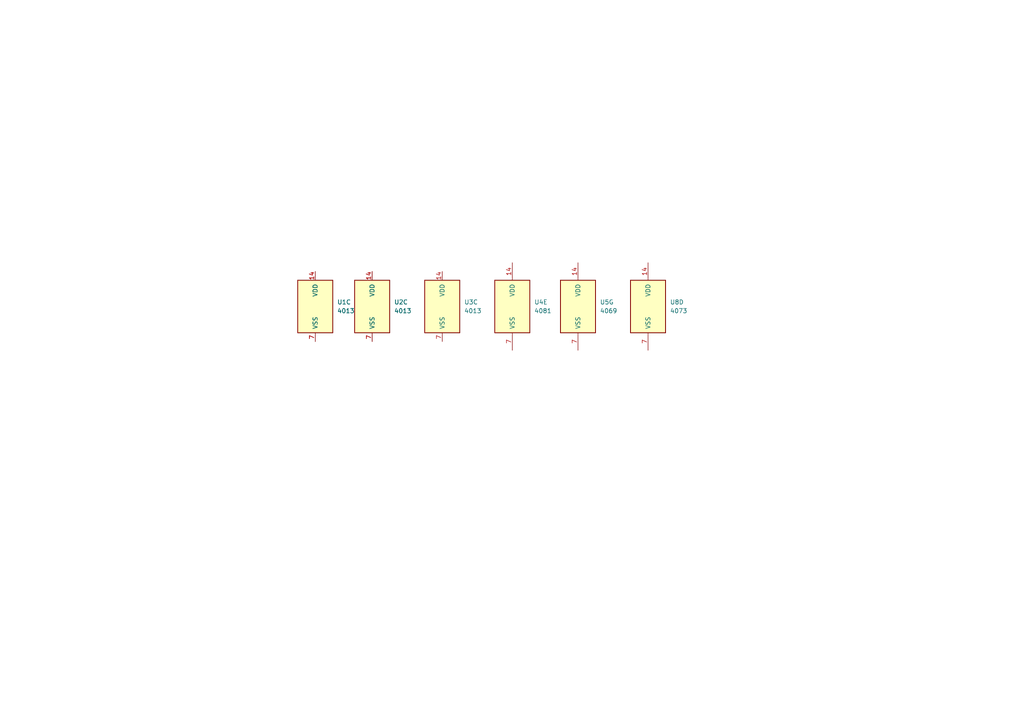
<source format=kicad_sch>
(kicad_sch (version 20231120) (generator "eeschema") (generator_version "8.0")
  (paper "A4")
  (lib_symbols
    (symbol "4xxx:4013" (pin_names (offset 1.016))
      (property "Reference" "U" (at -7.62 8.89 0))
      (property "Value" "4013" (at -7.62 -8.89 0))
      (symbol "4013_1_1"
        (rectangle (start -5.08 5.08) (end 5.08 -5.08) (stroke (width 0.254)) (fill (type background)))
        (pin output line (at 7.62 2.54 180) (length 2.54) (name "Q") (number "1"))
        (pin output line (at 7.62 -2.54 180) (length 2.54) (name "~{Q}") (number "2"))
        (pin input clock (at -7.62 0 0) (length 2.54) (name "C") (number "3"))
        (pin input line (at 0 -7.62 90) (length 2.54) (name "R") (number "4"))
        (pin input line (at -7.62 2.54 0) (length 2.54) (name "D") (number "5"))
        (pin input line (at 0 7.62 270) (length 2.54) (name "S") (number "6"))
      )
      (symbol "4013_2_1"
        (rectangle (start -5.08 5.08) (end 5.08 -5.08) (stroke (width 0.254)) (fill (type background)))
        (pin input line (at 0 -7.62 90) (length 2.54) (name "R") (number "10"))
        (pin input clock (at -7.62 0 0) (length 2.54) (name "C") (number "11"))
        (pin output line (at 7.62 -2.54 180) (length 2.54) (name "~{Q}") (number "12"))
        (pin output line (at 7.62 2.54 180) (length 2.54) (name "Q") (number "13"))
        (pin input line (at 0 7.62 270) (length 2.54) (name "S") (number "8"))
        (pin input line (at -7.62 2.54 0) (length 2.54) (name "D") (number "9"))
      )
      (symbol "4013_3_0"
        (pin power_in line (at 0 10.16 270) (length 2.54) (name "VDD") (number "14"))
        (pin power_in line (at 0 -10.16 90) (length 2.54) (name "VSS") (number "7"))
      )
      (symbol "4013_3_1"
        (rectangle (start -5.08 7.62) (end 5.08 -7.62) (stroke (width 0.254)) (fill (type background)))
      )
    )
    (symbol "4xxx:4069" (pin_names (offset 1.016))
      (property "Reference" "U" (at 0 1.27 0))
      (property "Value" "4069" (at 0 -1.27 0))
      (symbol "4069_1_0"
        (polyline (pts (xy -3.81 3.81) (xy -3.81 -3.81) (xy 3.81 0) (xy -3.81 3.81)) (stroke (width 0.254)) (fill (type background)))
        (pin input line (at -7.62 0 0) (length 3.81) (name "~") (number "1"))
        (pin output inverted (at 7.62 0 180) (length 3.81) (name "~") (number "2"))
      )
      (symbol "4069_2_0"
        (polyline (pts (xy -3.81 3.81) (xy -3.81 -3.81) (xy 3.81 0) (xy -3.81 3.81)) (stroke (width 0.254)) (fill (type background)))
        (pin input line (at -7.62 0 0) (length 3.81) (name "~") (number "3"))
        (pin output inverted (at 7.62 0 180) (length 3.81) (name "~") (number "4"))
      )
      (symbol "4069_3_0"
        (polyline (pts (xy -3.81 3.81) (xy -3.81 -3.81) (xy 3.81 0) (xy -3.81 3.81)) (stroke (width 0.254)) (fill (type background)))
        (pin input line (at -7.62 0 0) (length 3.81) (name "~") (number "5"))
        (pin output inverted (at 7.62 0 180) (length 3.81) (name "~") (number "6"))
      )
      (symbol "4069_4_0"
        (polyline (pts (xy -3.81 3.81) (xy -3.81 -3.81) (xy 3.81 0) (xy -3.81 3.81)) (stroke (width 0.254)) (fill (type background)))
        (pin output inverted (at 7.62 0 180) (length 3.81) (name "~") (number "8"))
        (pin input line (at -7.62 0 0) (length 3.81) (name "~") (number "9"))
      )
      (symbol "4069_5_0"
        (polyline (pts (xy -3.81 3.81) (xy -3.81 -3.81) (xy 3.81 0) (xy -3.81 3.81)) (stroke (width 0.254)) (fill (type background)))
        (pin output inverted (at 7.62 0 180) (length 3.81) (name "~") (number "10"))
        (pin input line (at -7.62 0 0) (length 3.81) (name "~") (number "11"))
      )
      (symbol "4069_6_0"
        (polyline (pts (xy -3.81 3.81) (xy -3.81 -3.81) (xy 3.81 0) (xy -3.81 3.81)) (stroke (width 0.254)) (fill (type background)))
        (pin output inverted (at 7.62 0 180) (length 3.81) (name "~") (number "12"))
        (pin input line (at -7.62 0 0) (length 3.81) (name "~") (number "13"))
      )
      (symbol "4069_7_0"
        (pin power_in line (at 0 12.7 270) (length 5.08) (name "VDD") (number "14"))
        (pin power_in line (at 0 -12.7 90) (length 5.08) (name "VSS") (number "7"))
      )
      (symbol "4069_7_1"
        (rectangle (start -5.08 7.62) (end 5.08 -7.62) (stroke (width 0.254)) (fill (type background)))
      )
    )
    (symbol "4xxx:4073" (pin_names (offset 1.016))
      (property "Reference" "U" (at 0 1.27 0))
      (property "Value" "4073" (at 0 -1.27 0))
      (symbol "4073_1_1"
        (arc (start 0 -3.81) (mid 3.7934 0) (end 0 3.81) (stroke (width 0.254)) (fill (type background)))
        (polyline (pts (xy 0 3.81) (xy -3.81 3.81) (xy -3.81 -3.81) (xy 0 -3.81)) (stroke (width 0.254)) (fill (type background)))
        (pin input line (at -7.62 2.54 0) (length 3.81) (name "~") (number "1"))
        (pin input line (at -7.62 0 0) (length 3.81) (name "~") (number "2"))
        (pin input line (at -7.62 -2.54 0) (length 3.81) (name "~") (number "8"))
        (pin output line (at 7.62 0 180) (length 3.81) (name "~") (number "9"))
      )
      (symbol "4073_1_2"
        (arc (start -3.81 -3.81) (mid -2.589 0) (end -3.81 3.81) (stroke (width 0.254)))
        (arc (start -0.6096 -3.81) (mid 2.1842 -2.5851) (end 3.81 0) (stroke (width 0.254)) (fill (type background)))
        (polyline (pts (xy -3.81 -3.81) (xy -0.635 -3.81)) (stroke (width 0.254)) (fill (type background)))
        (polyline (pts (xy -3.81 3.81) (xy -0.635 3.81)) (stroke (width 0.254)) (fill (type background)))
        (polyline (pts (xy -0.635 3.81) (xy -3.81 3.81) (xy -3.81 3.81) (xy -3.556 3.4036) (xy -3.0226 2.2606) (xy -2.6924 1.0414) (xy -2.6162 -0.254) (xy -2.7686 -1.4986) (xy -3.175 -2.7178) (xy -3.81 -3.81) (xy -3.81 -3.81) (xy -0.635 -3.81)) (stroke (width -25.4)) (fill (type background)))
        (arc (start 3.81 0) (mid 2.1915 2.5936) (end -0.6096 3.81) (stroke (width 0.254)) (fill (type background)))
        (pin input inverted (at -7.62 2.54 0) (length 4.318) (name "~") (number "1"))
        (pin input inverted (at -7.62 0 0) (length 4.953) (name "~") (number "2"))
        (pin input inverted (at -7.62 -2.54 0) (length 4.318) (name "~") (number "8"))
        (pin output inverted (at 7.62 0 180) (length 3.81) (name "~") (number "9"))
      )
      (symbol "4073_2_1"
        (arc (start 0 -3.81) (mid 3.7934 0) (end 0 3.81) (stroke (width 0.254)) (fill (type background)))
        (polyline (pts (xy 0 3.81) (xy -3.81 3.81) (xy -3.81 -3.81) (xy 0 -3.81)) (stroke (width 0.254)) (fill (type background)))
        (pin input line (at -7.62 2.54 0) (length 3.81) (name "~") (number "3"))
        (pin input line (at -7.62 0 0) (length 3.81) (name "~") (number "4"))
        (pin input line (at -7.62 -2.54 0) (length 3.81) (name "~") (number "5"))
        (pin output line (at 7.62 0 180) (length 3.81) (name "~") (number "6"))
      )
      (symbol "4073_2_2"
        (arc (start -3.81 -3.81) (mid -2.589 0) (end -3.81 3.81) (stroke (width 0.254)))
        (arc (start -0.6096 -3.81) (mid 2.1842 -2.5851) (end 3.81 0) (stroke (width 0.254)) (fill (type background)))
        (polyline (pts (xy -3.81 -3.81) (xy -0.635 -3.81)) (stroke (width 0.254)) (fill (type background)))
        (polyline (pts (xy -3.81 3.81) (xy -0.635 3.81)) (stroke (width 0.254)) (fill (type background)))
        (polyline (pts (xy -0.635 3.81) (xy -3.81 3.81) (xy -3.81 3.81) (xy -3.556 3.4036) (xy -3.0226 2.2606) (xy -2.6924 1.0414) (xy -2.6162 -0.254) (xy -2.7686 -1.4986) (xy -3.175 -2.7178) (xy -3.81 -3.81) (xy -3.81 -3.81) (xy -0.635 -3.81)) (stroke (width -25.4)) (fill (type background)))
        (arc (start 3.81 0) (mid 2.1915 2.5936) (end -0.6096 3.81) (stroke (width 0.254)) (fill (type background)))
        (pin input inverted (at -7.62 2.54 0) (length 4.318) (name "~") (number "3"))
        (pin input inverted (at -7.62 0 0) (length 4.953) (name "~") (number "4"))
        (pin input inverted (at -7.62 -2.54 0) (length 4.318) (name "~") (number "5"))
        (pin output inverted (at 7.62 0 180) (length 3.81) (name "~") (number "6"))
      )
      (symbol "4073_3_1"
        (arc (start 0 -3.81) (mid 3.7934 0) (end 0 3.81) (stroke (width 0.254)) (fill (type background)))
        (polyline (pts (xy 0 3.81) (xy -3.81 3.81) (xy -3.81 -3.81) (xy 0 -3.81)) (stroke (width 0.254)) (fill (type background)))
        (pin output line (at 7.62 0 180) (length 3.81) (name "~") (number "10"))
        (pin input line (at -7.62 2.54 0) (length 3.81) (name "~") (number "11"))
        (pin input line (at -7.62 0 0) (length 3.81) (name "~") (number "12"))
        (pin input line (at -7.62 -2.54 0) (length 3.81) (name "~") (number "13"))
      )
      (symbol "4073_3_2"
        (arc (start -3.81 -3.81) (mid -2.589 0) (end -3.81 3.81) (stroke (width 0.254)))
        (arc (start -0.6096 -3.81) (mid 2.1842 -2.5851) (end 3.81 0) (stroke (width 0.254)) (fill (type background)))
        (polyline (pts (xy -3.81 -3.81) (xy -0.635 -3.81)) (stroke (width 0.254)) (fill (type background)))
        (polyline (pts (xy -3.81 3.81) (xy -0.635 3.81)) (stroke (width 0.254)) (fill (type background)))
        (polyline (pts (xy -0.635 3.81) (xy -3.81 3.81) (xy -3.81 3.81) (xy -3.556 3.4036) (xy -3.0226 2.2606) (xy -2.6924 1.0414) (xy -2.6162 -0.254) (xy -2.7686 -1.4986) (xy -3.175 -2.7178) (xy -3.81 -3.81) (xy -3.81 -3.81) (xy -0.635 -3.81)) (stroke (width -25.4)) (fill (type background)))
        (arc (start 3.81 0) (mid 2.1915 2.5936) (end -0.6096 3.81) (stroke (width 0.254)) (fill (type background)))
        (pin output inverted (at 7.62 0 180) (length 3.81) (name "~") (number "10"))
        (pin input inverted (at -7.62 2.54 0) (length 4.318) (name "~") (number "11"))
        (pin input inverted (at -7.62 0 0) (length 4.953) (name "~") (number "12"))
        (pin input inverted (at -7.62 -2.54 0) (length 4.318) (name "~") (number "13"))
      )
      (symbol "4073_4_0"
        (pin power_in line (at 0 12.7 270) (length 5.08) (name "VDD") (number "14"))
        (pin power_in line (at 0 -12.7 90) (length 5.08) (name "VSS") (number "7"))
      )
      (symbol "4073_4_1"
        (rectangle (start -5.08 7.62) (end 5.08 -7.62) (stroke (width 0.254)) (fill (type background)))
      )
    )
    (symbol "4xxx:4081" (pin_names (offset 1.016))
      (property "Reference" "U" (at 0 1.27 0))
      (property "Value" "4081" (at 0 -1.27 0))
      (symbol "4081_1_1"
        (arc (start 0 -3.81) (mid 3.7934 0) (end 0 3.81) (stroke (width 0.254)) (fill (type background)))
        (polyline (pts (xy 0 3.81) (xy -3.81 3.81) (xy -3.81 -3.81) (xy 0 -3.81)) (stroke (width 0.254)) (fill (type background)))
        (pin input line (at -7.62 2.54 0) (length 3.81) (name "~") (number "1"))
        (pin input line (at -7.62 -2.54 0) (length 3.81) (name "~") (number "2"))
        (pin output line (at 7.62 0 180) (length 3.81) (name "~") (number "3"))
      )
      (symbol "4081_1_2"
        (arc (start -3.81 -3.81) (mid -2.589 0) (end -3.81 3.81) (stroke (width 0.254)))
        (arc (start -0.6096 -3.81) (mid 2.1842 -2.5851) (end 3.81 0) (stroke (width 0.254)) (fill (type background)))
        (polyline (pts (xy -3.81 -3.81) (xy -0.635 -3.81)) (stroke (width 0.254)) (fill (type background)))
        (polyline (pts (xy -3.81 3.81) (xy -0.635 3.81)) (stroke (width 0.254)) (fill (type background)))
        (polyline (pts (xy -0.635 3.81) (xy -3.81 3.81) (xy -3.81 3.81) (xy -3.556 3.4036) (xy -3.0226 2.2606) (xy -2.6924 1.0414) (xy -2.6162 -0.254) (xy -2.7686 -1.4986) (xy -3.175 -2.7178) (xy -3.81 -3.81) (xy -3.81 -3.81) (xy -0.635 -3.81)) (stroke (width -25.4)) (fill (type background)))
        (arc (start 3.81 0) (mid 2.1915 2.5936) (end -0.6096 3.81) (stroke (width 0.254)) (fill (type background)))
        (pin input inverted (at -7.62 2.54 0) (length 4.318) (name "~") (number "1"))
        (pin input inverted (at -7.62 -2.54 0) (length 4.318) (name "~") (number "2"))
        (pin output inverted (at 7.62 0 180) (length 3.81) (name "~") (number "3"))
      )
      (symbol "4081_2_1"
        (arc (start 0 -3.81) (mid 3.7934 0) (end 0 3.81) (stroke (width 0.254)) (fill (type background)))
        (polyline (pts (xy 0 3.81) (xy -3.81 3.81) (xy -3.81 -3.81) (xy 0 -3.81)) (stroke (width 0.254)) (fill (type background)))
        (pin output line (at 7.62 0 180) (length 3.81) (name "~") (number "4"))
        (pin input line (at -7.62 2.54 0) (length 3.81) (name "~") (number "5"))
        (pin input line (at -7.62 -2.54 0) (length 3.81) (name "~") (number "6"))
      )
      (symbol "4081_2_2"
        (arc (start -3.81 -3.81) (mid -2.589 0) (end -3.81 3.81) (stroke (width 0.254)))
        (arc (start -0.6096 -3.81) (mid 2.1842 -2.5851) (end 3.81 0) (stroke (width 0.254)) (fill (type background)))
        (polyline (pts (xy -3.81 -3.81) (xy -0.635 -3.81)) (stroke (width 0.254)) (fill (type background)))
        (polyline (pts (xy -3.81 3.81) (xy -0.635 3.81)) (stroke (width 0.254)) (fill (type background)))
        (polyline (pts (xy -0.635 3.81) (xy -3.81 3.81) (xy -3.81 3.81) (xy -3.556 3.4036) (xy -3.0226 2.2606) (xy -2.6924 1.0414) (xy -2.6162 -0.254) (xy -2.7686 -1.4986) (xy -3.175 -2.7178) (xy -3.81 -3.81) (xy -3.81 -3.81) (xy -0.635 -3.81)) (stroke (width -25.4)) (fill (type background)))
        (arc (start 3.81 0) (mid 2.1915 2.5936) (end -0.6096 3.81) (stroke (width 0.254)) (fill (type background)))
        (pin output inverted (at 7.62 0 180) (length 3.81) (name "~") (number "4"))
        (pin input inverted (at -7.62 2.54 0) (length 4.318) (name "~") (number "5"))
        (pin input inverted (at -7.62 -2.54 0) (length 4.318) (name "~") (number "6"))
      )
      (symbol "4081_3_1"
        (arc (start 0 -3.81) (mid 3.7934 0) (end 0 3.81) (stroke (width 0.254)) (fill (type background)))
        (polyline (pts (xy 0 3.81) (xy -3.81 3.81) (xy -3.81 -3.81) (xy 0 -3.81)) (stroke (width 0.254)) (fill (type background)))
        (pin output line (at 7.62 0 180) (length 3.81) (name "~") (number "10"))
        (pin input line (at -7.62 2.54 0) (length 3.81) (name "~") (number "8"))
        (pin input line (at -7.62 -2.54 0) (length 3.81) (name "~") (number "9"))
      )
      (symbol "4081_3_2"
        (arc (start -3.81 -3.81) (mid -2.589 0) (end -3.81 3.81) (stroke (width 0.254)))
        (arc (start -0.6096 -3.81) (mid 2.1842 -2.5851) (end 3.81 0) (stroke (width 0.254)) (fill (type background)))
        (polyline (pts (xy -3.81 -3.81) (xy -0.635 -3.81)) (stroke (width 0.254)) (fill (type background)))
        (polyline (pts (xy -3.81 3.81) (xy -0.635 3.81)) (stroke (width 0.254)) (fill (type background)))
        (polyline (pts (xy -0.635 3.81) (xy -3.81 3.81) (xy -3.81 3.81) (xy -3.556 3.4036) (xy -3.0226 2.2606) (xy -2.6924 1.0414) (xy -2.6162 -0.254) (xy -2.7686 -1.4986) (xy -3.175 -2.7178) (xy -3.81 -3.81) (xy -3.81 -3.81) (xy -0.635 -3.81)) (stroke (width -25.4)) (fill (type background)))
        (arc (start 3.81 0) (mid 2.1915 2.5936) (end -0.6096 3.81) (stroke (width 0.254)) (fill (type background)))
        (pin output inverted (at 7.62 0 180) (length 3.81) (name "~") (number "10"))
        (pin input inverted (at -7.62 2.54 0) (length 4.318) (name "~") (number "8"))
        (pin input inverted (at -7.62 -2.54 0) (length 4.318) (name "~") (number "9"))
      )
      (symbol "4081_4_1"
        (arc (start 0 -3.81) (mid 3.7934 0) (end 0 3.81) (stroke (width 0.254)) (fill (type background)))
        (polyline (pts (xy 0 3.81) (xy -3.81 3.81) (xy -3.81 -3.81) (xy 0 -3.81)) (stroke (width 0.254)) (fill (type background)))
        (pin output line (at 7.62 0 180) (length 3.81) (name "~") (number "11"))
        (pin input line (at -7.62 2.54 0) (length 3.81) (name "~") (number "12"))
        (pin input line (at -7.62 -2.54 0) (length 3.81) (name "~") (number "13"))
      )
      (symbol "4081_4_2"
        (arc (start -3.81 -3.81) (mid -2.589 0) (end -3.81 3.81) (stroke (width 0.254)))
        (arc (start -0.6096 -3.81) (mid 2.1842 -2.5851) (end 3.81 0) (stroke (width 0.254)) (fill (type background)))
        (polyline (pts (xy -3.81 -3.81) (xy -0.635 -3.81)) (stroke (width 0.254)) (fill (type background)))
        (polyline (pts (xy -3.81 3.81) (xy -0.635 3.81)) (stroke (width 0.254)) (fill (type background)))
        (polyline (pts (xy -0.635 3.81) (xy -3.81 3.81) (xy -3.81 3.81) (xy -3.556 3.4036) (xy -3.0226 2.2606) (xy -2.6924 1.0414) (xy -2.6162 -0.254) (xy -2.7686 -1.4986) (xy -3.175 -2.7178) (xy -3.81 -3.81) (xy -3.81 -3.81) (xy -0.635 -3.81)) (stroke (width -25.4)) (fill (type background)))
        (arc (start 3.81 0) (mid 2.1915 2.5936) (end -0.6096 3.81) (stroke (width 0.254)) (fill (type background)))
        (pin output inverted (at 7.62 0 180) (length 3.81) (name "~") (number "11"))
        (pin input inverted (at -7.62 2.54 0) (length 4.318) (name "~") (number "12"))
        (pin input inverted (at -7.62 -2.54 0) (length 4.318) (name "~") (number "13"))
      )
      (symbol "4081_5_0"
        (pin power_in line (at 0 12.7 270) (length 5.08) (name "VDD") (number "14"))
        (pin power_in line (at 0 -12.7 90) (length 5.08) (name "VSS") (number "7"))
      )
      (symbol "4081_5_1"
        (rectangle (start -5.08 7.62) (end 5.08 -7.62) (stroke (width 0.254)) (fill (type background)))
      )
    )
  )
  (symbol (lib_id "4xxx:4069") (at 167.64 88.9 0) (unit 7)
    (property "Reference" "U5" (at 173.99 87.6299 0) (effects (justify left)))
    (property "Value" "4069" (at 173.99 90.1699 0) (effects (justify left)))
    (property "Footprint" "Package_DIP:DIP-14_W7.62mm_LongPads" (effects (hide yes)))
    (property "Datasheet" "http://www.intersil.com/content/dam/Intersil/documents/cd40/cd4069ubms.pdf" (effects (hide yes)))
    (property "Description" "Hex inverter" (effects (hide yes)))
  )
  (symbol (lib_id "4xxx:4081") (at 148.59 88.9 0) (unit 5)
    (property "Reference" "U4" (at 154.94 87.6299 0) (effects (justify left)))
    (property "Value" "4081" (at 154.94 90.1699 0) (effects (justify left)))
    (property "Footprint" "Package_DIP:DIP-14_W7.62mm_LongPads" (effects (hide yes)))
    (property "Datasheet" "http://www.intersil.com/content/dam/Intersil/documents/cd40/cd4073bms-81bms-82bms.pdf" (effects (hide yes)))
    (property "Description" "Quad And 2 inputs" (effects (hide yes)))
  )
  (symbol (lib_id "4xxx:4013") (at 91.44 88.9 0) (unit 3)
    (property "Reference" "U1" (at 97.79 87.6299 0) (effects (justify left)))
    (property "Value" "4013" (at 97.79 90.1699 0) (effects (justify left)))
    (property "Footprint" "Package_SO:TSSOP-14_4.4x5mm_P0.65mm" (effects (hide yes)))
    (property "Datasheet" "http://www.onsemi.com/pub/Collateral/MC14013B-D.PDF" (effects (hide yes)))
    (property "Description" "Dual D  FlipFlop, Set & reset" (effects (hide yes)))
  )
  (symbol (lib_id "4xxx:4013") (at 128.27 88.9 0) (unit 3)
    (property "Reference" "U3" (at 134.62 87.6299 0) (effects (justify left)))
    (property "Value" "4013" (at 134.62 90.1699 0) (effects (justify left)))
    (property "Footprint" "Package_SO:TSSOP-14_4.4x5mm_P0.65mm" (effects (hide yes)))
    (property "Datasheet" "http://www.onsemi.com/pub/Collateral/MC14013B-D.PDF" (effects (hide yes)))
    (property "Description" "Dual D  FlipFlop, Set & reset" (effects (hide yes)))
  )
  (symbol (lib_id "4xxx:4013") (at 107.95 88.9 0) (unit 3)
    (property "Reference" "U2" (at 114.3 87.6299 0) (effects (justify left)))
    (property "Value" "4013" (at 114.3 90.1699 0) (effects (justify left)))
    (property "Footprint" "Package_SO:TSSOP-14_4.4x5mm_P0.65mm" (effects (hide yes)))
    (property "Datasheet" "http://www.onsemi.com/pub/Collateral/MC14013B-D.PDF" (effects (hide yes)))
    (property "Description" "Dual D  FlipFlop, Set & reset" (effects (hide yes)))
  )
  (symbol (lib_id "4xxx:4073") (at 187.96 88.9 0) (unit 4)
    (property "Reference" "U8" (at 194.31 87.6299 0) (effects (justify left)))
    (property "Value" "4073" (at 194.31 90.1699 0) (effects (justify left)))
    (property "Footprint" "Package_DIP:DIP-14_W7.62mm_LongPads" (effects (hide yes)))
    (property "Datasheet" "http://www.intersil.com/content/dam/Intersil/documents/cd40/cd4073bms-81bms-82bms.pdf" (effects (hide yes)))
    (property "Description" "Triple And 3 inputs" (effects (hide yes)))
  )
)
</source>
